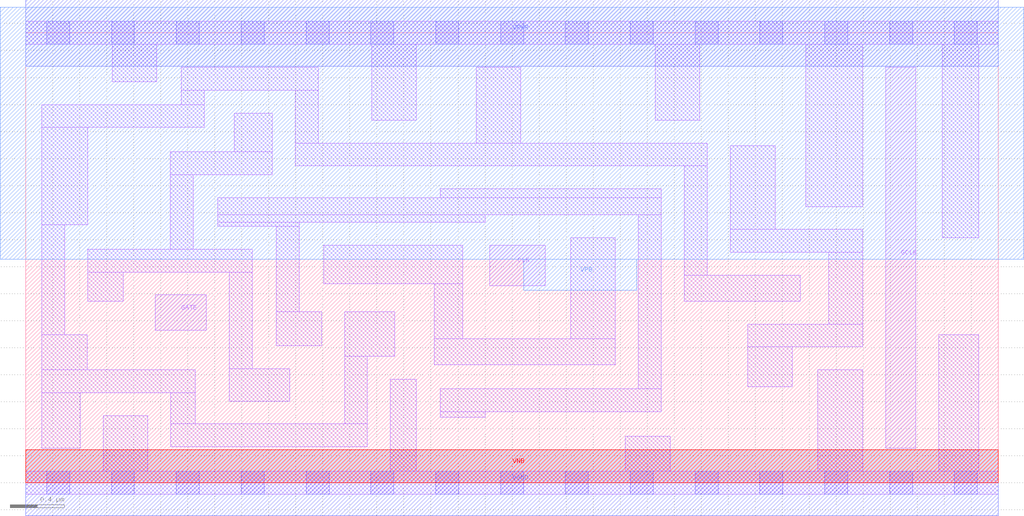
<source format=lef>
# Copyright 2020 The SkyWater PDK Authors
#
# Licensed under the Apache License, Version 2.0 (the "License");
# you may not use this file except in compliance with the License.
# You may obtain a copy of the License at
#
#     https://www.apache.org/licenses/LICENSE-2.0
#
# Unless required by applicable law or agreed to in writing, software
# distributed under the License is distributed on an "AS IS" BASIS,
# WITHOUT WARRANTIES OR CONDITIONS OF ANY KIND, either express or implied.
# See the License for the specific language governing permissions and
# limitations under the License.
#
# SPDX-License-Identifier: Apache-2.0

VERSION 5.7 ;
  NOWIREEXTENSIONATPIN ON ;
  DIVIDERCHAR "/" ;
  BUSBITCHARS "[]" ;
MACRO sky130_fd_sc_lp__dlclkp_2
  CLASS CORE ;
  FOREIGN sky130_fd_sc_lp__dlclkp_2 ;
  ORIGIN  0.000000  0.000000 ;
  SIZE  7.200000 BY  3.330000 ;
  SYMMETRY X Y R90 ;
  SITE unit ;
  PIN GATE
    ANTENNAGATEAREA  0.159000 ;
    DIRECTION INPUT ;
    USE SIGNAL ;
    PORT
      LAYER li1 ;
        RECT 0.960000 1.130000 1.335000 1.390000 ;
    END
  END GATE
  PIN GCLK
    ANTENNADIFFAREA  0.588000 ;
    DIRECTION OUTPUT ;
    USE SIGNAL ;
    PORT
      LAYER li1 ;
        RECT 6.365000 0.255000 6.590000 3.075000 ;
    END
  END GCLK
  PIN CLK
    ANTENNAGATEAREA  0.318000 ;
    DIRECTION INPUT ;
    USE CLOCK ;
    PORT
      LAYER li1 ;
        RECT 3.435000 1.460000 3.845000 1.760000 ;
    END
  END CLK
  PIN VGND
    DIRECTION INOUT ;
    USE GROUND ;
    PORT
      LAYER met1 ;
        RECT 0.000000 -0.245000 7.200000 0.245000 ;
    END
  END VGND
  PIN VNB
    DIRECTION INOUT ;
    USE GROUND ;
    PORT
      LAYER pwell ;
        RECT 0.000000 0.000000 7.200000 0.245000 ;
    END
  END VNB
  PIN VPB
    DIRECTION INOUT ;
    USE POWER ;
    PORT
      LAYER nwell ;
        RECT -0.190000 1.655000 7.390000 3.520000 ;
        RECT  3.685000 1.425000 4.525000 1.655000 ;
    END
  END VPB
  PIN VPWR
    DIRECTION INOUT ;
    USE POWER ;
    PORT
      LAYER met1 ;
        RECT 0.000000 3.085000 7.200000 3.575000 ;
    END
  END VPWR
  OBS
    LAYER li1 ;
      RECT 0.000000 -0.085000 7.200000 0.085000 ;
      RECT 0.000000  3.245000 7.200000 3.415000 ;
      RECT 0.120000  0.255000 0.405000 0.665000 ;
      RECT 0.120000  0.665000 1.255000 0.835000 ;
      RECT 0.120000  0.835000 0.455000 1.095000 ;
      RECT 0.120000  1.095000 0.290000 1.910000 ;
      RECT 0.120000  1.910000 0.460000 2.630000 ;
      RECT 0.120000  2.630000 1.320000 2.800000 ;
      RECT 0.460000  1.345000 0.720000 1.560000 ;
      RECT 0.460000  1.560000 1.675000 1.730000 ;
      RECT 0.575000  0.085000 0.905000 0.495000 ;
      RECT 0.640000  2.970000 0.970000 3.245000 ;
      RECT 1.070000  1.730000 1.240000 2.280000 ;
      RECT 1.070000  2.280000 1.825000 2.450000 ;
      RECT 1.075000  0.265000 2.530000 0.435000 ;
      RECT 1.075000  0.435000 1.255000 0.665000 ;
      RECT 1.150000  2.800000 1.320000 2.905000 ;
      RECT 1.150000  2.905000 2.165000 3.075000 ;
      RECT 1.420000  1.900000 2.025000 1.930000 ;
      RECT 1.420000  1.930000 3.400000 1.985000 ;
      RECT 1.420000  1.985000 4.705000 2.110000 ;
      RECT 1.505000  0.605000 1.955000 0.845000 ;
      RECT 1.505000  0.845000 1.675000 1.560000 ;
      RECT 1.545000  2.450000 1.825000 2.735000 ;
      RECT 1.855000  1.015000 2.190000 1.265000 ;
      RECT 1.855000  1.265000 2.025000 1.900000 ;
      RECT 1.995000  2.345000 5.045000 2.515000 ;
      RECT 1.995000  2.515000 2.165000 2.905000 ;
      RECT 2.205000  1.475000 3.235000 1.760000 ;
      RECT 2.360000  0.435000 2.530000 0.935000 ;
      RECT 2.360000  0.935000 2.730000 1.265000 ;
      RECT 2.560000  2.685000 2.890000 3.245000 ;
      RECT 2.700000  0.085000 2.890000 0.765000 ;
      RECT 3.025000  0.875000 4.365000 1.065000 ;
      RECT 3.025000  1.065000 3.235000 1.475000 ;
      RECT 3.070000  0.485000 3.400000 0.525000 ;
      RECT 3.070000  0.525000 4.705000 0.695000 ;
      RECT 3.070000  2.110000 4.705000 2.175000 ;
      RECT 3.335000  2.515000 3.665000 3.075000 ;
      RECT 4.035000  1.065000 4.365000 1.815000 ;
      RECT 4.440000  0.085000 4.770000 0.345000 ;
      RECT 4.535000  0.695000 4.705000 1.985000 ;
      RECT 4.660000  2.685000 4.990000 3.245000 ;
      RECT 4.875000  1.345000 5.735000 1.535000 ;
      RECT 4.875000  1.535000 5.045000 2.345000 ;
      RECT 5.215000  1.705000 6.195000 1.875000 ;
      RECT 5.215000  1.875000 5.550000 2.495000 ;
      RECT 5.345000  0.710000 5.675000 1.005000 ;
      RECT 5.345000  1.005000 6.195000 1.175000 ;
      RECT 5.775000  2.045000 6.195000 3.245000 ;
      RECT 5.865000  0.085000 6.195000 0.835000 ;
      RECT 5.945000  1.175000 6.195000 1.705000 ;
      RECT 6.760000  0.085000 7.055000 1.095000 ;
      RECT 6.785000  1.815000 7.055000 3.245000 ;
    LAYER mcon ;
      RECT 0.155000 -0.085000 0.325000 0.085000 ;
      RECT 0.155000  3.245000 0.325000 3.415000 ;
      RECT 0.635000 -0.085000 0.805000 0.085000 ;
      RECT 0.635000  3.245000 0.805000 3.415000 ;
      RECT 1.115000 -0.085000 1.285000 0.085000 ;
      RECT 1.115000  3.245000 1.285000 3.415000 ;
      RECT 1.595000 -0.085000 1.765000 0.085000 ;
      RECT 1.595000  3.245000 1.765000 3.415000 ;
      RECT 2.075000 -0.085000 2.245000 0.085000 ;
      RECT 2.075000  3.245000 2.245000 3.415000 ;
      RECT 2.555000 -0.085000 2.725000 0.085000 ;
      RECT 2.555000  3.245000 2.725000 3.415000 ;
      RECT 3.035000 -0.085000 3.205000 0.085000 ;
      RECT 3.035000  3.245000 3.205000 3.415000 ;
      RECT 3.515000 -0.085000 3.685000 0.085000 ;
      RECT 3.515000  3.245000 3.685000 3.415000 ;
      RECT 3.995000 -0.085000 4.165000 0.085000 ;
      RECT 3.995000  3.245000 4.165000 3.415000 ;
      RECT 4.475000 -0.085000 4.645000 0.085000 ;
      RECT 4.475000  3.245000 4.645000 3.415000 ;
      RECT 4.955000 -0.085000 5.125000 0.085000 ;
      RECT 4.955000  3.245000 5.125000 3.415000 ;
      RECT 5.435000 -0.085000 5.605000 0.085000 ;
      RECT 5.435000  3.245000 5.605000 3.415000 ;
      RECT 5.915000 -0.085000 6.085000 0.085000 ;
      RECT 5.915000  3.245000 6.085000 3.415000 ;
      RECT 6.395000 -0.085000 6.565000 0.085000 ;
      RECT 6.395000  3.245000 6.565000 3.415000 ;
      RECT 6.875000 -0.085000 7.045000 0.085000 ;
      RECT 6.875000  3.245000 7.045000 3.415000 ;
  END
END sky130_fd_sc_lp__dlclkp_2
END LIBRARY

</source>
